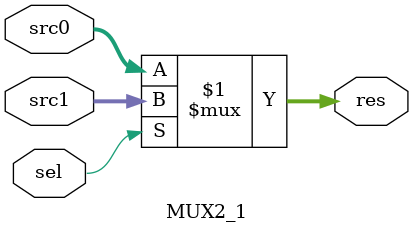
<source format=v>
module MUX2_1 #(
    parameter  WIDTH = 32
    )(
    input           [WIDTH-1 : 0]       src0, src1,
    input           [      0 : 0]       sel,

    output          [WIDTH-1 : 0]       res
    );

    assign res = sel ? src1 : src0;

endmodule
</source>
